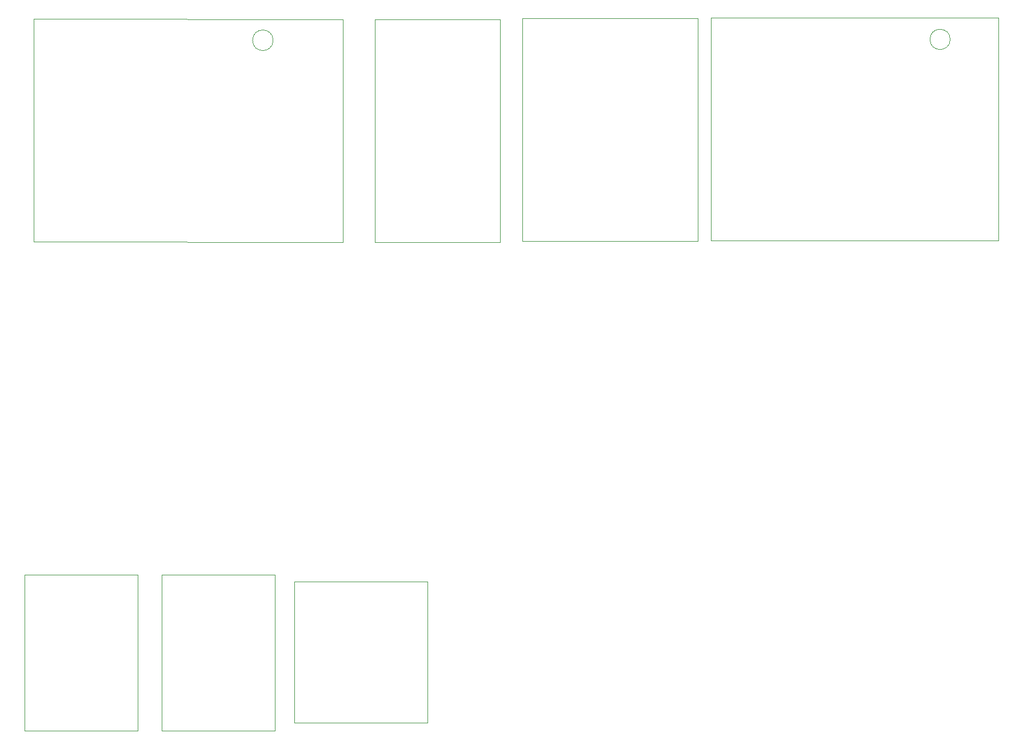
<source format=gm1>
G04 #@! TF.GenerationSoftware,KiCad,Pcbnew,(5.1.9)-1*
G04 #@! TF.CreationDate,2021-03-12T17:13:45-06:00*
G04 #@! TF.ProjectId,Torch Module,546f7263-6820-44d6-9f64-756c652e6b69,rev?*
G04 #@! TF.SameCoordinates,Original*
G04 #@! TF.FileFunction,Profile,NP*
%FSLAX46Y46*%
G04 Gerber Fmt 4.6, Leading zero omitted, Abs format (unit mm)*
G04 Created by KiCad (PCBNEW (5.1.9)-1) date 2021-03-12 17:13:45*
%MOMM*%
%LPD*%
G01*
G04 APERTURE LIST*
G04 #@! TA.AperFunction,Profile*
%ADD10C,0.120000*%
G04 #@! TD*
G04 #@! TA.AperFunction,Profile*
%ADD11C,0.050000*%
G04 #@! TD*
G04 APERTURE END LIST*
D10*
X108455460Y-64137540D02*
G75*
G03*
X108455460Y-64137540I-1524000J0D01*
G01*
X208764000Y-64008000D02*
G75*
G03*
X208764000Y-64008000I-1500000J0D01*
G01*
D11*
X91950540Y-166499540D02*
X108714540Y-166499540D01*
X108714540Y-166499540D02*
X108714540Y-143385540D01*
X108714540Y-143385540D02*
X91950540Y-143385540D01*
X91950540Y-143385540D02*
X91950540Y-166499540D01*
X137601620Y-61028820D02*
X142046620Y-61028820D01*
X123504620Y-94048820D02*
X123504620Y-61028820D01*
X137601620Y-94048820D02*
X142046620Y-94048820D01*
X126171620Y-61028820D02*
X137601620Y-61028820D01*
X142046620Y-61028820D02*
X142046620Y-94048820D01*
X137601620Y-94048820D02*
X126171620Y-94048820D01*
X126171620Y-61028820D02*
X123504620Y-61028820D01*
X126171620Y-94048820D02*
X123504620Y-94048820D01*
X148082000Y-93891100D02*
X145415000Y-93891100D01*
X148082000Y-60871100D02*
X145415000Y-60871100D01*
X159512000Y-93891100D02*
X171339000Y-93891100D01*
X159512000Y-60871100D02*
X171339000Y-60871100D01*
X145415000Y-93891100D02*
X145415000Y-60871100D01*
X159512000Y-93891100D02*
X148082000Y-93891100D01*
X171339000Y-60871100D02*
X171339000Y-93891100D01*
X148082000Y-60871100D02*
X159512000Y-60871100D01*
X173355000Y-60835540D02*
X215900000Y-60835540D01*
X173355000Y-93855540D02*
X173355000Y-60835540D01*
X215900000Y-93855540D02*
X173355000Y-93855540D01*
X215900000Y-60835540D02*
X215900000Y-93855540D01*
X88394540Y-166499540D02*
X88394540Y-143385540D01*
X71630540Y-166499540D02*
X88394540Y-166499540D01*
X71630540Y-143385540D02*
X71630540Y-166499540D01*
X88394540Y-143385540D02*
X71630540Y-143385540D01*
X111624980Y-165290300D02*
X111624980Y-144335300D01*
X131309980Y-165290300D02*
X111624980Y-165290300D01*
X131309980Y-144335300D02*
X131309980Y-165290300D01*
X111624980Y-144335300D02*
X131309980Y-144335300D01*
X73022460Y-93982540D02*
X73022460Y-60962540D01*
X118777460Y-94027540D02*
X73022460Y-93982540D01*
X118777460Y-61007540D02*
X118777460Y-94027540D01*
X73022460Y-60962540D02*
X118777460Y-61007540D01*
M02*

</source>
